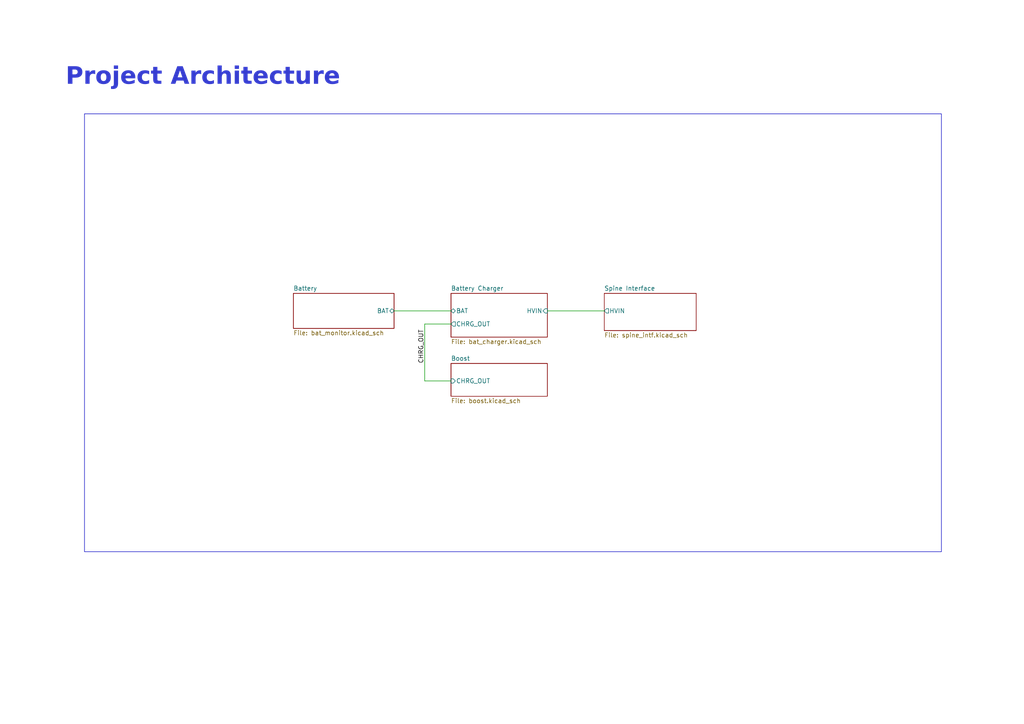
<source format=kicad_sch>
(kicad_sch
	(version 20250114)
	(generator "eeschema")
	(generator_version "9.0")
	(uuid "539ca47f-54ee-41fd-ac04-9223d6927600")
	(paper "A4")
	(lib_symbols)
	(text "Project Architecture"
		(exclude_from_sim no)
		(at 19.05 26.67 0)
		(effects
			(font
				(face "Arial")
				(size 5 5)
				(bold yes)
				(color 53 60 207 1)
			)
			(justify left bottom)
		)
		(uuid "b7f4d1c4-d845-46fc-9f7d-e03b36ddf932")
	)
	(text_box ""
		(exclude_from_sim no)
		(at 24.5082 33.02 0)
		(size 248.5418 127)
		(margins 1.905 1.905 1.905 1.905)
		(stroke
			(width 0)
			(type solid)
		)
		(fill
			(type none)
		)
		(effects
			(font
				(size 2.54 2.54)
				(thickness 0.508)
				(bold yes)
			)
		)
		(uuid "e0cf6fca-6f99-4e97-a4c2-38dd10ce8630")
	)
	(wire
		(pts
			(xy 130.81 110.49) (xy 123.19 110.49)
		)
		(stroke
			(width 0)
			(type default)
		)
		(uuid "09a3e09e-ff88-4fa8-9fc8-e001477de557")
	)
	(wire
		(pts
			(xy 130.81 93.98) (xy 123.19 93.98)
		)
		(stroke
			(width 0)
			(type default)
		)
		(uuid "62f9042f-0772-4b0b-905b-c12dd3b4f47c")
	)
	(wire
		(pts
			(xy 123.19 93.98) (xy 123.19 110.49)
		)
		(stroke
			(width 0)
			(type default)
		)
		(uuid "6ba786c4-3511-40c2-a694-cdc6e3b427a9")
	)
	(wire
		(pts
			(xy 114.3 90.17) (xy 130.81 90.17)
		)
		(stroke
			(width 0)
			(type default)
		)
		(uuid "c1ec0164-715b-4e5d-ac42-5dd5fe3fde6a")
	)
	(wire
		(pts
			(xy 158.75 90.17) (xy 175.26 90.17)
		)
		(stroke
			(width 0)
			(type default)
		)
		(uuid "fd5af26a-cd92-47d0-83be-c1a1c030791f")
	)
	(label "CHRG_OUT"
		(at 123.19 105.41 90)
		(effects
			(font
				(size 1.27 1.27)
			)
			(justify left bottom)
		)
		(uuid "38738518-6a35-4a80-a0de-140f4d2c6b1c")
	)
	(sheet
		(at 130.81 105.41)
		(size 27.94 9.525)
		(exclude_from_sim no)
		(in_bom yes)
		(on_board yes)
		(dnp no)
		(fields_autoplaced yes)
		(stroke
			(width 0.1524)
			(type solid)
		)
		(fill
			(color 0 0 0 0.0000)
		)
		(uuid "a0b67ffc-57c7-40d6-a64e-a9d271f3b1f4")
		(property "Sheetname" "Boost"
			(at 130.81 104.6984 0)
			(effects
				(font
					(size 1.27 1.27)
				)
				(justify left bottom)
			)
		)
		(property "Sheetfile" "boost.kicad_sch"
			(at 130.81 115.5196 0)
			(effects
				(font
					(size 1.27 1.27)
				)
				(justify left top)
			)
		)
		(pin "CHRG_OUT" input
			(at 130.81 110.49 180)
			(uuid "9e28edd8-eb38-43ab-bd43-c71d0e32bfb0")
			(effects
				(font
					(size 1.27 1.27)
				)
				(justify left)
			)
		)
		(instances
			(project "2026_C_AV_LPSU"
				(path "/53a77f7c-61ec-4227-bc8b-595d03316b48/295dbe6a-fd29-4ee8-93ce-3881271e8549"
					(page "9")
				)
			)
		)
	)
	(sheet
		(at 130.81 85.09)
		(size 27.94 12.7)
		(exclude_from_sim no)
		(in_bom yes)
		(on_board yes)
		(dnp no)
		(fields_autoplaced yes)
		(stroke
			(width 0.1524)
			(type solid)
		)
		(fill
			(color 0 0 0 0.0000)
		)
		(uuid "b3b8938e-ed1f-4b7a-9ac5-d4cdd468ec49")
		(property "Sheetname" "Battery Charger"
			(at 130.81 84.3784 0)
			(effects
				(font
					(size 1.27 1.27)
				)
				(justify left bottom)
			)
		)
		(property "Sheetfile" "bat_charger.kicad_sch"
			(at 130.81 98.3746 0)
			(effects
				(font
					(size 1.27 1.27)
				)
				(justify left top)
			)
		)
		(pin "BAT" bidirectional
			(at 130.81 90.17 180)
			(uuid "29281b61-cc4c-4f09-bb79-caeef6cb3af7")
			(effects
				(font
					(size 1.27 1.27)
				)
				(justify left)
			)
		)
		(pin "HVIN" input
			(at 158.75 90.17 0)
			(uuid "ae638b38-8c3a-4365-9c70-ada69519f299")
			(effects
				(font
					(size 1.27 1.27)
				)
				(justify right)
			)
		)
		(pin "CHRG_OUT" output
			(at 130.81 93.98 180)
			(uuid "5be0d421-df86-42c8-a1bd-21ff341ed954")
			(effects
				(font
					(size 1.27 1.27)
				)
				(justify left)
			)
		)
		(instances
			(project "2026_C_AV_LPSU"
				(path "/53a77f7c-61ec-4227-bc8b-595d03316b48/295dbe6a-fd29-4ee8-93ce-3881271e8549"
					(page "6")
				)
			)
		)
	)
	(sheet
		(at 85.09 85.09)
		(size 29.21 10.16)
		(exclude_from_sim no)
		(in_bom yes)
		(on_board yes)
		(dnp no)
		(fields_autoplaced yes)
		(stroke
			(width 0.1524)
			(type solid)
		)
		(fill
			(color 0 0 0 0.0000)
		)
		(uuid "ba4dd375-ac9d-41ec-93f0-2834287f993c")
		(property "Sheetname" "Battery"
			(at 85.09 84.3784 0)
			(effects
				(font
					(size 1.27 1.27)
				)
				(justify left bottom)
			)
		)
		(property "Sheetfile" "bat_monitor.kicad_sch"
			(at 85.09 95.8346 0)
			(effects
				(font
					(size 1.27 1.27)
				)
				(justify left top)
			)
		)
		(pin "BAT" bidirectional
			(at 114.3 90.17 0)
			(uuid "f698e3a3-c686-4f51-b386-1f5985cb01e0")
			(effects
				(font
					(size 1.27 1.27)
				)
				(justify right)
			)
		)
		(instances
			(project "2026_C_AV_LPSU"
				(path "/53a77f7c-61ec-4227-bc8b-595d03316b48/295dbe6a-fd29-4ee8-93ce-3881271e8549"
					(page "7")
				)
			)
		)
	)
	(sheet
		(at 175.26 85.09)
		(size 26.67 10.795)
		(exclude_from_sim no)
		(in_bom yes)
		(on_board yes)
		(dnp no)
		(fields_autoplaced yes)
		(stroke
			(width 0.1524)
			(type solid)
		)
		(fill
			(color 0 0 0 0.0000)
		)
		(uuid "c56c0222-50b4-4de0-aa37-7f6b591c47d4")
		(property "Sheetname" "Spine Interface"
			(at 175.26 84.3784 0)
			(effects
				(font
					(size 1.27 1.27)
				)
				(justify left bottom)
			)
		)
		(property "Sheetfile" "spine_intf.kicad_sch"
			(at 175.26 96.4696 0)
			(effects
				(font
					(size 1.27 1.27)
				)
				(justify left top)
			)
		)
		(pin "HVIN" output
			(at 175.26 90.17 180)
			(uuid "9b85b09c-dedc-4c77-bb9b-354b1a56d41d")
			(effects
				(font
					(size 1.27 1.27)
				)
				(justify left)
			)
		)
		(instances
			(project "2026_C_AV_LPSU"
				(path "/53a77f7c-61ec-4227-bc8b-595d03316b48/295dbe6a-fd29-4ee8-93ce-3881271e8549"
					(page "8")
				)
			)
		)
	)
)

</source>
